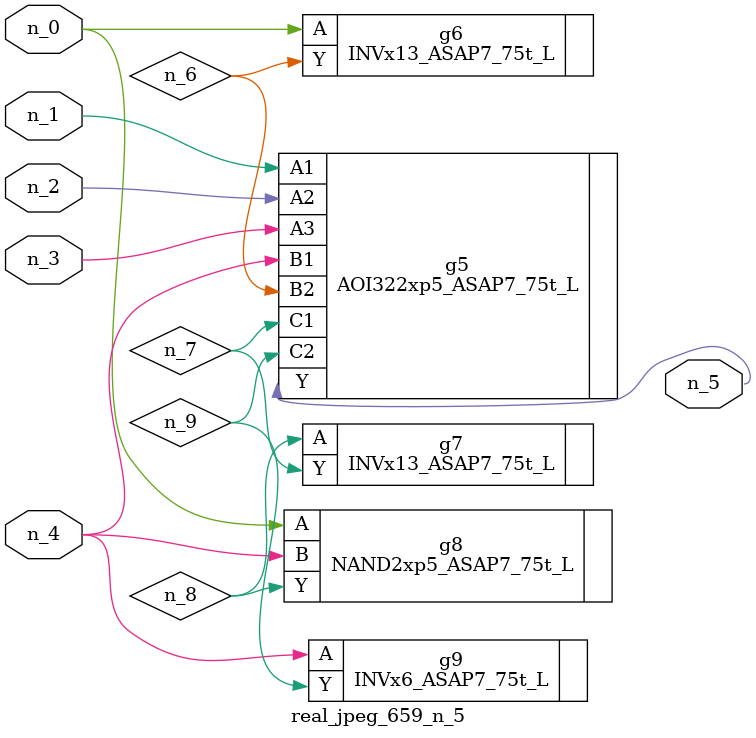
<source format=v>
module real_jpeg_659_n_5 (n_4, n_0, n_1, n_2, n_3, n_5);

input n_4;
input n_0;
input n_1;
input n_2;
input n_3;

output n_5;

wire n_8;
wire n_6;
wire n_7;
wire n_9;

INVx13_ASAP7_75t_L g6 ( 
.A(n_0),
.Y(n_6)
);

NAND2xp5_ASAP7_75t_L g8 ( 
.A(n_0),
.B(n_4),
.Y(n_8)
);

AOI322xp5_ASAP7_75t_L g5 ( 
.A1(n_1),
.A2(n_2),
.A3(n_3),
.B1(n_4),
.B2(n_6),
.C1(n_7),
.C2(n_9),
.Y(n_5)
);

INVx6_ASAP7_75t_L g9 ( 
.A(n_4),
.Y(n_9)
);

INVx13_ASAP7_75t_L g7 ( 
.A(n_8),
.Y(n_7)
);


endmodule
</source>
